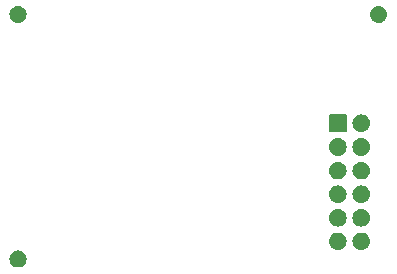
<source format=gbs>
G04 #@! TF.GenerationSoftware,KiCad,Pcbnew,8.0.5*
G04 #@! TF.CreationDate,2024-10-22T05:21:46-04:00*
G04 #@! TF.ProjectId,WarpSE-Overclocking-Board,57617270-5345-42d4-9f76-6572636c6f63,1.0*
G04 #@! TF.SameCoordinates,Original*
G04 #@! TF.FileFunction,Soldermask,Bot*
G04 #@! TF.FilePolarity,Negative*
%FSLAX46Y46*%
G04 Gerber Fmt 4.6, Leading zero omitted, Abs format (unit mm)*
G04 Created by KiCad (PCBNEW 8.0.5) date 2024-10-22 05:21:46*
%MOMM*%
%LPD*%
G01*
G04 APERTURE LIST*
G04 APERTURE END LIST*
G36*
X76742105Y-127373652D02*
G01*
X76895132Y-127427199D01*
X77032407Y-127513454D01*
X77147046Y-127628093D01*
X77233301Y-127765368D01*
X77286848Y-127918395D01*
X77305000Y-128079500D01*
X77286848Y-128240605D01*
X77233301Y-128393632D01*
X77147046Y-128530907D01*
X77032407Y-128645546D01*
X76895132Y-128731801D01*
X76742105Y-128785348D01*
X76581000Y-128803500D01*
X76419895Y-128785348D01*
X76266868Y-128731801D01*
X76129593Y-128645546D01*
X76014954Y-128530907D01*
X75928699Y-128393632D01*
X75875152Y-128240605D01*
X75857000Y-128079500D01*
X75875152Y-127918395D01*
X75928699Y-127765368D01*
X76014954Y-127628093D01*
X76129593Y-127513454D01*
X76266868Y-127427199D01*
X76419895Y-127373652D01*
X76581000Y-127355500D01*
X76742105Y-127373652D01*
G37*
G36*
X103817158Y-125867634D02*
G01*
X103975933Y-125923192D01*
X104118366Y-126012688D01*
X104237312Y-126131634D01*
X104326808Y-126274067D01*
X104382366Y-126432842D01*
X104401200Y-126600000D01*
X104382366Y-126767158D01*
X104326808Y-126925933D01*
X104237312Y-127068366D01*
X104118366Y-127187312D01*
X103975933Y-127276808D01*
X103817158Y-127332366D01*
X103650000Y-127351200D01*
X103482842Y-127332366D01*
X103324067Y-127276808D01*
X103181634Y-127187312D01*
X103062688Y-127068366D01*
X102973192Y-126925933D01*
X102917634Y-126767158D01*
X102898800Y-126600000D01*
X102917634Y-126432842D01*
X102973192Y-126274067D01*
X103062688Y-126131634D01*
X103181634Y-126012688D01*
X103324067Y-125923192D01*
X103482842Y-125867634D01*
X103650000Y-125848800D01*
X103817158Y-125867634D01*
G37*
G36*
X105817158Y-125867634D02*
G01*
X105975933Y-125923192D01*
X106118366Y-126012688D01*
X106237312Y-126131634D01*
X106326808Y-126274067D01*
X106382366Y-126432842D01*
X106401200Y-126600000D01*
X106382366Y-126767158D01*
X106326808Y-126925933D01*
X106237312Y-127068366D01*
X106118366Y-127187312D01*
X105975933Y-127276808D01*
X105817158Y-127332366D01*
X105650000Y-127351200D01*
X105482842Y-127332366D01*
X105324067Y-127276808D01*
X105181634Y-127187312D01*
X105062688Y-127068366D01*
X104973192Y-126925933D01*
X104917634Y-126767158D01*
X104898800Y-126600000D01*
X104917634Y-126432842D01*
X104973192Y-126274067D01*
X105062688Y-126131634D01*
X105181634Y-126012688D01*
X105324067Y-125923192D01*
X105482842Y-125867634D01*
X105650000Y-125848800D01*
X105817158Y-125867634D01*
G37*
G36*
X103817158Y-123867634D02*
G01*
X103975933Y-123923192D01*
X104118366Y-124012688D01*
X104237312Y-124131634D01*
X104326808Y-124274067D01*
X104382366Y-124432842D01*
X104401200Y-124600000D01*
X104382366Y-124767158D01*
X104326808Y-124925933D01*
X104237312Y-125068366D01*
X104118366Y-125187312D01*
X103975933Y-125276808D01*
X103817158Y-125332366D01*
X103650000Y-125351200D01*
X103482842Y-125332366D01*
X103324067Y-125276808D01*
X103181634Y-125187312D01*
X103062688Y-125068366D01*
X102973192Y-124925933D01*
X102917634Y-124767158D01*
X102898800Y-124600000D01*
X102917634Y-124432842D01*
X102973192Y-124274067D01*
X103062688Y-124131634D01*
X103181634Y-124012688D01*
X103324067Y-123923192D01*
X103482842Y-123867634D01*
X103650000Y-123848800D01*
X103817158Y-123867634D01*
G37*
G36*
X105817158Y-123867634D02*
G01*
X105975933Y-123923192D01*
X106118366Y-124012688D01*
X106237312Y-124131634D01*
X106326808Y-124274067D01*
X106382366Y-124432842D01*
X106401200Y-124600000D01*
X106382366Y-124767158D01*
X106326808Y-124925933D01*
X106237312Y-125068366D01*
X106118366Y-125187312D01*
X105975933Y-125276808D01*
X105817158Y-125332366D01*
X105650000Y-125351200D01*
X105482842Y-125332366D01*
X105324067Y-125276808D01*
X105181634Y-125187312D01*
X105062688Y-125068366D01*
X104973192Y-124925933D01*
X104917634Y-124767158D01*
X104898800Y-124600000D01*
X104917634Y-124432842D01*
X104973192Y-124274067D01*
X105062688Y-124131634D01*
X105181634Y-124012688D01*
X105324067Y-123923192D01*
X105482842Y-123867634D01*
X105650000Y-123848800D01*
X105817158Y-123867634D01*
G37*
G36*
X103817158Y-121867634D02*
G01*
X103975933Y-121923192D01*
X104118366Y-122012688D01*
X104237312Y-122131634D01*
X104326808Y-122274067D01*
X104382366Y-122432842D01*
X104401200Y-122600000D01*
X104382366Y-122767158D01*
X104326808Y-122925933D01*
X104237312Y-123068366D01*
X104118366Y-123187312D01*
X103975933Y-123276808D01*
X103817158Y-123332366D01*
X103650000Y-123351200D01*
X103482842Y-123332366D01*
X103324067Y-123276808D01*
X103181634Y-123187312D01*
X103062688Y-123068366D01*
X102973192Y-122925933D01*
X102917634Y-122767158D01*
X102898800Y-122600000D01*
X102917634Y-122432842D01*
X102973192Y-122274067D01*
X103062688Y-122131634D01*
X103181634Y-122012688D01*
X103324067Y-121923192D01*
X103482842Y-121867634D01*
X103650000Y-121848800D01*
X103817158Y-121867634D01*
G37*
G36*
X105817158Y-121867634D02*
G01*
X105975933Y-121923192D01*
X106118366Y-122012688D01*
X106237312Y-122131634D01*
X106326808Y-122274067D01*
X106382366Y-122432842D01*
X106401200Y-122600000D01*
X106382366Y-122767158D01*
X106326808Y-122925933D01*
X106237312Y-123068366D01*
X106118366Y-123187312D01*
X105975933Y-123276808D01*
X105817158Y-123332366D01*
X105650000Y-123351200D01*
X105482842Y-123332366D01*
X105324067Y-123276808D01*
X105181634Y-123187312D01*
X105062688Y-123068366D01*
X104973192Y-122925933D01*
X104917634Y-122767158D01*
X104898800Y-122600000D01*
X104917634Y-122432842D01*
X104973192Y-122274067D01*
X105062688Y-122131634D01*
X105181634Y-122012688D01*
X105324067Y-121923192D01*
X105482842Y-121867634D01*
X105650000Y-121848800D01*
X105817158Y-121867634D01*
G37*
G36*
X103817158Y-119867634D02*
G01*
X103975933Y-119923192D01*
X104118366Y-120012688D01*
X104237312Y-120131634D01*
X104326808Y-120274067D01*
X104382366Y-120432842D01*
X104401200Y-120600000D01*
X104382366Y-120767158D01*
X104326808Y-120925933D01*
X104237312Y-121068366D01*
X104118366Y-121187312D01*
X103975933Y-121276808D01*
X103817158Y-121332366D01*
X103650000Y-121351200D01*
X103482842Y-121332366D01*
X103324067Y-121276808D01*
X103181634Y-121187312D01*
X103062688Y-121068366D01*
X102973192Y-120925933D01*
X102917634Y-120767158D01*
X102898800Y-120600000D01*
X102917634Y-120432842D01*
X102973192Y-120274067D01*
X103062688Y-120131634D01*
X103181634Y-120012688D01*
X103324067Y-119923192D01*
X103482842Y-119867634D01*
X103650000Y-119848800D01*
X103817158Y-119867634D01*
G37*
G36*
X105817158Y-119867634D02*
G01*
X105975933Y-119923192D01*
X106118366Y-120012688D01*
X106237312Y-120131634D01*
X106326808Y-120274067D01*
X106382366Y-120432842D01*
X106401200Y-120600000D01*
X106382366Y-120767158D01*
X106326808Y-120925933D01*
X106237312Y-121068366D01*
X106118366Y-121187312D01*
X105975933Y-121276808D01*
X105817158Y-121332366D01*
X105650000Y-121351200D01*
X105482842Y-121332366D01*
X105324067Y-121276808D01*
X105181634Y-121187312D01*
X105062688Y-121068366D01*
X104973192Y-120925933D01*
X104917634Y-120767158D01*
X104898800Y-120600000D01*
X104917634Y-120432842D01*
X104973192Y-120274067D01*
X105062688Y-120131634D01*
X105181634Y-120012688D01*
X105324067Y-119923192D01*
X105482842Y-119867634D01*
X105650000Y-119848800D01*
X105817158Y-119867634D01*
G37*
G36*
X103817158Y-117867634D02*
G01*
X103975933Y-117923192D01*
X104118366Y-118012688D01*
X104237312Y-118131634D01*
X104326808Y-118274067D01*
X104382366Y-118432842D01*
X104401200Y-118600000D01*
X104382366Y-118767158D01*
X104326808Y-118925933D01*
X104237312Y-119068366D01*
X104118366Y-119187312D01*
X103975933Y-119276808D01*
X103817158Y-119332366D01*
X103650000Y-119351200D01*
X103482842Y-119332366D01*
X103324067Y-119276808D01*
X103181634Y-119187312D01*
X103062688Y-119068366D01*
X102973192Y-118925933D01*
X102917634Y-118767158D01*
X102898800Y-118600000D01*
X102917634Y-118432842D01*
X102973192Y-118274067D01*
X103062688Y-118131634D01*
X103181634Y-118012688D01*
X103324067Y-117923192D01*
X103482842Y-117867634D01*
X103650000Y-117848800D01*
X103817158Y-117867634D01*
G37*
G36*
X105817158Y-117867634D02*
G01*
X105975933Y-117923192D01*
X106118366Y-118012688D01*
X106237312Y-118131634D01*
X106326808Y-118274067D01*
X106382366Y-118432842D01*
X106401200Y-118600000D01*
X106382366Y-118767158D01*
X106326808Y-118925933D01*
X106237312Y-119068366D01*
X106118366Y-119187312D01*
X105975933Y-119276808D01*
X105817158Y-119332366D01*
X105650000Y-119351200D01*
X105482842Y-119332366D01*
X105324067Y-119276808D01*
X105181634Y-119187312D01*
X105062688Y-119068366D01*
X104973192Y-118925933D01*
X104917634Y-118767158D01*
X104898800Y-118600000D01*
X104917634Y-118432842D01*
X104973192Y-118274067D01*
X105062688Y-118131634D01*
X105181634Y-118012688D01*
X105324067Y-117923192D01*
X105482842Y-117867634D01*
X105650000Y-117848800D01*
X105817158Y-117867634D01*
G37*
G36*
X104354160Y-115854600D02*
G01*
X104378882Y-115871118D01*
X104395400Y-115895840D01*
X104401200Y-115925000D01*
X104401200Y-117275000D01*
X104395400Y-117304160D01*
X104378882Y-117328882D01*
X104354160Y-117345400D01*
X104325000Y-117351200D01*
X102975000Y-117351200D01*
X102945840Y-117345400D01*
X102921118Y-117328882D01*
X102904600Y-117304160D01*
X102898800Y-117275000D01*
X102898800Y-115925000D01*
X102904600Y-115895840D01*
X102921118Y-115871118D01*
X102945840Y-115854600D01*
X102975000Y-115848800D01*
X104325000Y-115848800D01*
X104354160Y-115854600D01*
G37*
G36*
X105817158Y-115867634D02*
G01*
X105975933Y-115923192D01*
X106118366Y-116012688D01*
X106237312Y-116131634D01*
X106326808Y-116274067D01*
X106382366Y-116432842D01*
X106401200Y-116600000D01*
X106382366Y-116767158D01*
X106326808Y-116925933D01*
X106237312Y-117068366D01*
X106118366Y-117187312D01*
X105975933Y-117276808D01*
X105817158Y-117332366D01*
X105650000Y-117351200D01*
X105482842Y-117332366D01*
X105324067Y-117276808D01*
X105181634Y-117187312D01*
X105062688Y-117068366D01*
X104973192Y-116925933D01*
X104917634Y-116767158D01*
X104898800Y-116600000D01*
X104917634Y-116432842D01*
X104973192Y-116274067D01*
X105062688Y-116131634D01*
X105181634Y-116012688D01*
X105324067Y-115923192D01*
X105482842Y-115867634D01*
X105650000Y-115848800D01*
X105817158Y-115867634D01*
G37*
G36*
X76742105Y-106672652D02*
G01*
X76895132Y-106726199D01*
X77032407Y-106812454D01*
X77147046Y-106927093D01*
X77233301Y-107064368D01*
X77286848Y-107217395D01*
X77305000Y-107378500D01*
X77286848Y-107539605D01*
X77233301Y-107692632D01*
X77147046Y-107829907D01*
X77032407Y-107944546D01*
X76895132Y-108030801D01*
X76742105Y-108084348D01*
X76581000Y-108102500D01*
X76419895Y-108084348D01*
X76266868Y-108030801D01*
X76129593Y-107944546D01*
X76014954Y-107829907D01*
X75928699Y-107692632D01*
X75875152Y-107539605D01*
X75857000Y-107378500D01*
X75875152Y-107217395D01*
X75928699Y-107064368D01*
X76014954Y-106927093D01*
X76129593Y-106812454D01*
X76266868Y-106726199D01*
X76419895Y-106672652D01*
X76581000Y-106654500D01*
X76742105Y-106672652D01*
G37*
G36*
X107285605Y-106672652D02*
G01*
X107438632Y-106726199D01*
X107575907Y-106812454D01*
X107690546Y-106927093D01*
X107776801Y-107064368D01*
X107830348Y-107217395D01*
X107848500Y-107378500D01*
X107830348Y-107539605D01*
X107776801Y-107692632D01*
X107690546Y-107829907D01*
X107575907Y-107944546D01*
X107438632Y-108030801D01*
X107285605Y-108084348D01*
X107124500Y-108102500D01*
X106963395Y-108084348D01*
X106810368Y-108030801D01*
X106673093Y-107944546D01*
X106558454Y-107829907D01*
X106472199Y-107692632D01*
X106418652Y-107539605D01*
X106400500Y-107378500D01*
X106418652Y-107217395D01*
X106472199Y-107064368D01*
X106558454Y-106927093D01*
X106673093Y-106812454D01*
X106810368Y-106726199D01*
X106963395Y-106672652D01*
X107124500Y-106654500D01*
X107285605Y-106672652D01*
G37*
M02*

</source>
